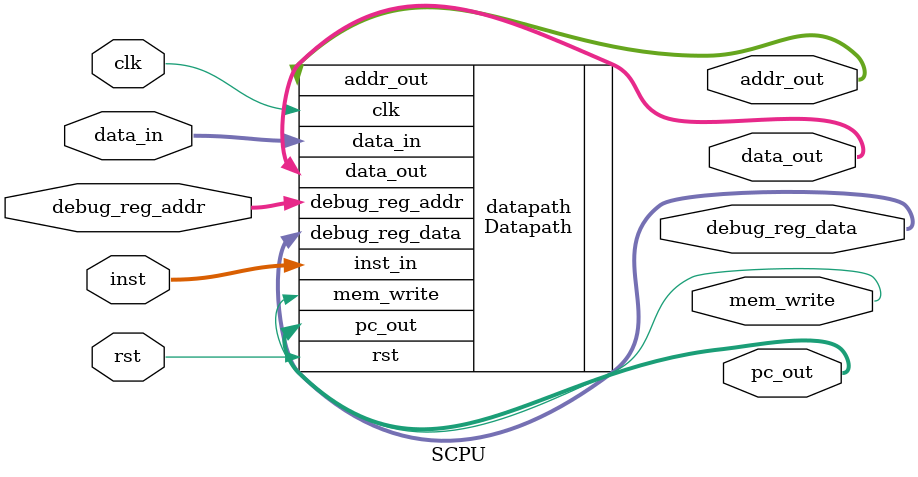
<source format=v>
`timescale 1ns / 1ps

module SCPU(
    input         clk,
    input         rst,
    input  [31:0] inst,
    input  [31:0] data_in,  // data from data memory
    input [4:0] debug_reg_addr,

    // outputs
    output [31:0] addr_out, // data memory address
    output [31:0] data_out, // data to data memory
    output [31:0] pc_out,   // connect to instruction memory
    output        mem_write,
    output[31:0] debug_reg_data
);

    Datapath datapath (
        .clk(clk),
        .rst(rst),

        .inst_in(inst),
        .data_in(data_in),

        // output
        .addr_out(addr_out),
        .data_out(data_out),
        .pc_out(pc_out),
        .mem_write(mem_write),
        .debug_reg_addr(debug_reg_addr),
        .debug_reg_data(debug_reg_data)
    );
    
endmodule

</source>
